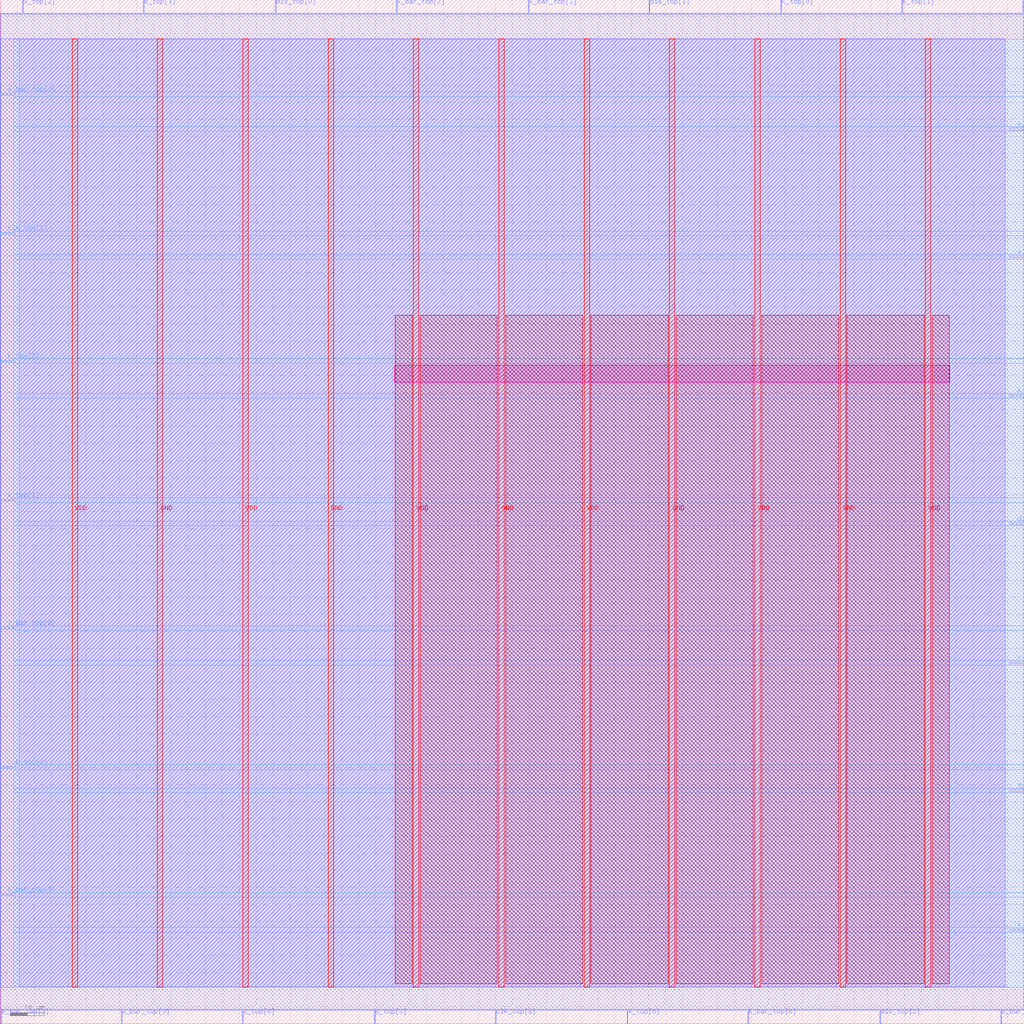
<source format=lef>
VERSION 5.7 ;
  NOWIREEXTENSIONATPIN ON ;
  DIVIDERCHAR "/" ;
  BUSBITCHARS "[]" ;
MACRO blackbox_test_2
  CLASS BLOCK ;
  FOREIGN blackbox_test_2 ;
  ORIGIN 0.000 0.000 ;
  SIZE 300.000 BY 300.000 ;
  PIN GND
    DIRECTION INOUT ;
    USE GROUND ;
    PORT
      LAYER met4 ;
        RECT 46.040 10.640 47.640 288.560 ;
    END
    PORT
      LAYER met4 ;
        RECT 96.040 10.640 97.640 288.560 ;
    END
    PORT
      LAYER met4 ;
        RECT 146.040 10.640 147.640 288.560 ;
    END
    PORT
      LAYER met4 ;
        RECT 196.040 10.640 197.640 288.560 ;
    END
    PORT
      LAYER met4 ;
        RECT 246.040 10.640 247.640 288.560 ;
    END
  END GND
  PIN VDD
    DIRECTION INOUT ;
    USE POWER ;
    PORT
      LAYER met4 ;
        RECT 21.040 10.640 22.640 288.560 ;
    END
    PORT
      LAYER met4 ;
        RECT 71.040 10.640 72.640 288.560 ;
    END
    PORT
      LAYER met4 ;
        RECT 121.040 10.640 122.640 288.560 ;
    END
    PORT
      LAYER met4 ;
        RECT 171.040 10.640 172.640 288.560 ;
    END
    PORT
      LAYER met4 ;
        RECT 221.040 10.640 222.640 288.560 ;
    END
    PORT
      LAYER met4 ;
        RECT 271.040 10.640 272.640 288.560 ;
    END
  END VDD
  PIN clk_top[0]
    DIRECTION INPUT ;
    USE SIGNAL ;
    PORT
      LAYER met2 ;
        RECT 299.550 296.000 299.830 300.000 ;
    END
  END clk_top[0]
  PIN clk_top[1]
    DIRECTION INPUT ;
    USE SIGNAL ;
    PORT
      LAYER met3 ;
        RECT 0.000 231.240 4.000 231.840 ;
    END
  END clk_top[1]
  PIN clk_top[2]
    DIRECTION INPUT ;
    USE SIGNAL ;
    PORT
      LAYER met3 ;
        RECT 0.000 74.840 4.000 75.440 ;
    END
  END clk_top[2]
  PIN clk_top[3]
    DIRECTION INPUT ;
    USE SIGNAL ;
    PORT
      LAYER met2 ;
        RECT 144.990 0.000 145.270 4.000 ;
    END
  END clk_top[3]
  PIN dis_top[0]
    DIRECTION INPUT ;
    USE SIGNAL ;
    ANTENNAGATEAREA 0.196500 ;
    PORT
      LAYER met2 ;
        RECT 80.590 296.000 80.870 300.000 ;
    END
  END dis_top[0]
  PIN dis_top[1]
    DIRECTION INPUT ;
    USE SIGNAL ;
    ANTENNAGATEAREA 0.213000 ;
    PORT
      LAYER met2 ;
        RECT 190.070 296.000 190.350 300.000 ;
    END
  END dis_top[1]
  PIN dis_top[2]
    DIRECTION INPUT ;
    USE SIGNAL ;
    ANTENNAGATEAREA 0.159000 ;
    PORT
      LAYER met2 ;
        RECT 257.690 0.000 257.970 4.000 ;
    END
  END dis_top[2]
  PIN dis_top[3]
    DIRECTION INPUT ;
    USE SIGNAL ;
    ANTENNAGATEAREA 0.159000 ;
    PORT
      LAYER met3 ;
        RECT 296.000 146.240 300.000 146.840 ;
    END
  END dis_top[3]
  PIN k_bar_top[0]
    DIRECTION INPUT ;
    USE SIGNAL ;
    ANTENNAGATEAREA 0.213000 ;
    PORT
      LAYER met2 ;
        RECT 219.050 0.000 219.330 4.000 ;
    END
  END k_bar_top[0]
  PIN k_bar_top[1]
    DIRECTION INPUT ;
    USE SIGNAL ;
    ANTENNAGATEAREA 0.126000 ;
    PORT
      LAYER met3 ;
        RECT 296.000 183.640 300.000 184.240 ;
    END
  END k_bar_top[1]
  PIN k_bar_top[2]
    DIRECTION INPUT ;
    USE SIGNAL ;
    ANTENNAGATEAREA 0.213000 ;
    PORT
      LAYER met3 ;
        RECT 0.000 37.440 4.000 38.040 ;
    END
  END k_bar_top[2]
  PIN k_bar_top[3]
    DIRECTION INPUT ;
    USE SIGNAL ;
    ANTENNAGATEAREA 0.213000 ;
    PORT
      LAYER met2 ;
        RECT 0.090 0.000 0.370 4.000 ;
    END
  END k_bar_top[3]
  PIN k_top[0]
    DIRECTION INPUT ;
    USE SIGNAL ;
    ANTENNAGATEAREA 0.126000 ;
    PORT
      LAYER met2 ;
        RECT 228.710 296.000 228.990 300.000 ;
    END
  END k_top[0]
  PIN k_top[1]
    DIRECTION INPUT ;
    USE SIGNAL ;
    ANTENNAGATEAREA 0.213000 ;
    PORT
      LAYER met2 ;
        RECT 264.130 296.000 264.410 300.000 ;
    END
  END k_top[1]
  PIN k_top[2]
    DIRECTION INPUT ;
    USE SIGNAL ;
    ANTENNAGATEAREA 0.196500 ;
    PORT
      LAYER met3 ;
        RECT 0.000 193.840 4.000 194.440 ;
    END
  END k_top[2]
  PIN k_top[3]
    DIRECTION INPUT ;
    USE SIGNAL ;
    ANTENNAGATEAREA 0.159000 ;
    PORT
      LAYER met3 ;
        RECT 296.000 27.240 300.000 27.840 ;
    END
  END k_top[3]
  PIN s_bar_top[0]
    DIRECTION OUTPUT TRISTATE ;
    USE SIGNAL ;
    ANTENNADIFFAREA 0.795200 ;
    PORT
      LAYER met3 ;
        RECT 0.000 115.640 4.000 116.240 ;
    END
  END s_bar_top[0]
  PIN s_bar_top[1]
    DIRECTION OUTPUT TRISTATE ;
    USE SIGNAL ;
    ANTENNADIFFAREA 0.795200 ;
    PORT
      LAYER met3 ;
        RECT 0.000 272.040 4.000 272.640 ;
    END
  END s_bar_top[1]
  PIN s_bar_top[2]
    DIRECTION OUTPUT TRISTATE ;
    USE SIGNAL ;
    ANTENNADIFFAREA 0.795200 ;
    PORT
      LAYER met2 ;
        RECT 293.110 0.000 293.390 4.000 ;
    END
  END s_bar_top[2]
  PIN s_bar_top[3]
    DIRECTION OUTPUT TRISTATE ;
    USE SIGNAL ;
    ANTENNADIFFAREA 0.795200 ;
    PORT
      LAYER met2 ;
        RECT 35.510 0.000 35.790 4.000 ;
    END
  END s_bar_top[3]
  PIN s_top[0]
    DIRECTION OUTPUT TRISTATE ;
    USE SIGNAL ;
    ANTENNADIFFAREA 0.795200 ;
    PORT
      LAYER met2 ;
        RECT 70.930 0.000 71.210 4.000 ;
    END
  END s_top[0]
  PIN s_top[1]
    DIRECTION OUTPUT TRISTATE ;
    USE SIGNAL ;
    ANTENNADIFFAREA 0.795200 ;
    PORT
      LAYER met2 ;
        RECT 41.950 296.000 42.230 300.000 ;
    END
  END s_top[1]
  PIN s_top[2]
    DIRECTION OUTPUT TRISTATE ;
    USE SIGNAL ;
    ANTENNADIFFAREA 0.795200 ;
    PORT
      LAYER met3 ;
        RECT 296.000 68.040 300.000 68.640 ;
    END
  END s_top[2]
  PIN s_top[3]
    DIRECTION OUTPUT TRISTATE ;
    USE SIGNAL ;
    ANTENNADIFFAREA 0.795200 ;
    PORT
      LAYER met2 ;
        RECT 109.570 0.000 109.850 4.000 ;
    END
  END s_top[3]
  PIN x_bar_top[0]
    DIRECTION INPUT ;
    USE SIGNAL ;
    ANTENNAGATEAREA 0.213000 ;
    PORT
      LAYER met3 ;
        RECT 296.000 224.440 300.000 225.040 ;
    END
  END x_bar_top[0]
  PIN x_bar_top[1]
    DIRECTION INPUT ;
    USE SIGNAL ;
    ANTENNAGATEAREA 0.213000 ;
    PORT
      LAYER met3 ;
        RECT 296.000 261.840 300.000 262.440 ;
    END
  END x_bar_top[1]
  PIN x_bar_top[2]
    DIRECTION INPUT ;
    USE SIGNAL ;
    ANTENNAGATEAREA 0.196500 ;
    PORT
      LAYER met2 ;
        RECT 116.010 296.000 116.290 300.000 ;
    END
  END x_bar_top[2]
  PIN x_bar_top[3]
    DIRECTION INPUT ;
    USE SIGNAL ;
    ANTENNAGATEAREA 0.196500 ;
    PORT
      LAYER met2 ;
        RECT 154.650 296.000 154.930 300.000 ;
    END
  END x_bar_top[3]
  PIN x_top[0]
    DIRECTION INPUT ;
    USE SIGNAL ;
    ANTENNAGATEAREA 0.213000 ;
    PORT
      LAYER met2 ;
        RECT 183.630 0.000 183.910 4.000 ;
    END
  END x_top[0]
  PIN x_top[1]
    DIRECTION INPUT ;
    USE SIGNAL ;
    ANTENNAGATEAREA 0.196500 ;
    PORT
      LAYER met3 ;
        RECT 0.000 153.040 4.000 153.640 ;
    END
  END x_top[1]
  PIN x_top[2]
    DIRECTION INPUT ;
    USE SIGNAL ;
    ANTENNAGATEAREA 0.126000 ;
    PORT
      LAYER met2 ;
        RECT 6.530 296.000 6.810 300.000 ;
    END
  END x_top[2]
  PIN x_top[3]
    DIRECTION INPUT ;
    USE SIGNAL ;
    ANTENNAGATEAREA 0.213000 ;
    PORT
      LAYER met3 ;
        RECT 296.000 105.440 300.000 106.040 ;
    END
  END x_top[3]
  OBS
      LAYER li1 ;
        RECT 5.520 10.795 294.400 288.405 ;
      LAYER met1 ;
        RECT 0.070 10.640 294.400 288.560 ;
      LAYER met2 ;
        RECT 0.100 295.720 6.250 296.000 ;
        RECT 7.090 295.720 41.670 296.000 ;
        RECT 42.510 295.720 80.310 296.000 ;
        RECT 81.150 295.720 115.730 296.000 ;
        RECT 116.570 295.720 154.370 296.000 ;
        RECT 155.210 295.720 189.790 296.000 ;
        RECT 190.630 295.720 228.430 296.000 ;
        RECT 229.270 295.720 263.850 296.000 ;
        RECT 264.690 295.720 299.270 296.000 ;
        RECT 0.100 4.280 299.830 295.720 ;
        RECT 0.650 4.000 35.230 4.280 ;
        RECT 36.070 4.000 70.650 4.280 ;
        RECT 71.490 4.000 109.290 4.280 ;
        RECT 110.130 4.000 144.710 4.280 ;
        RECT 145.550 4.000 183.350 4.280 ;
        RECT 184.190 4.000 218.770 4.280 ;
        RECT 219.610 4.000 257.410 4.280 ;
        RECT 258.250 4.000 292.830 4.280 ;
        RECT 293.670 4.000 299.830 4.280 ;
      LAYER met3 ;
        RECT 3.990 273.040 299.855 288.485 ;
        RECT 4.400 271.640 299.855 273.040 ;
        RECT 3.990 262.840 299.855 271.640 ;
        RECT 3.990 261.440 295.600 262.840 ;
        RECT 3.990 232.240 299.855 261.440 ;
        RECT 4.400 230.840 299.855 232.240 ;
        RECT 3.990 225.440 299.855 230.840 ;
        RECT 3.990 224.040 295.600 225.440 ;
        RECT 3.990 194.840 299.855 224.040 ;
        RECT 4.400 193.440 299.855 194.840 ;
        RECT 3.990 184.640 299.855 193.440 ;
        RECT 3.990 183.240 295.600 184.640 ;
        RECT 3.990 154.040 299.855 183.240 ;
        RECT 4.400 152.640 299.855 154.040 ;
        RECT 3.990 147.240 299.855 152.640 ;
        RECT 3.990 145.840 295.600 147.240 ;
        RECT 3.990 116.640 299.855 145.840 ;
        RECT 4.400 115.240 299.855 116.640 ;
        RECT 3.990 106.440 299.855 115.240 ;
        RECT 3.990 105.040 295.600 106.440 ;
        RECT 3.990 75.840 299.855 105.040 ;
        RECT 4.400 74.440 299.855 75.840 ;
        RECT 3.990 69.040 299.855 74.440 ;
        RECT 3.990 67.640 295.600 69.040 ;
        RECT 3.990 38.440 299.855 67.640 ;
        RECT 4.400 37.040 299.855 38.440 ;
        RECT 3.990 28.240 299.855 37.040 ;
        RECT 3.990 26.840 295.600 28.240 ;
        RECT 3.990 10.715 299.855 26.840 ;
      LAYER met4 ;
        RECT 115.790 11.735 120.640 207.565 ;
        RECT 123.040 11.735 145.640 207.565 ;
        RECT 148.040 11.735 170.640 207.565 ;
        RECT 173.040 11.735 195.640 207.565 ;
        RECT 198.040 11.735 220.640 207.565 ;
        RECT 223.040 11.735 245.640 207.565 ;
        RECT 248.040 11.735 270.640 207.565 ;
        RECT 273.040 11.735 277.970 207.565 ;
      LAYER met5 ;
        RECT 115.580 187.900 278.180 192.900 ;
  END
END blackbox_test_2
END LIBRARY


</source>
